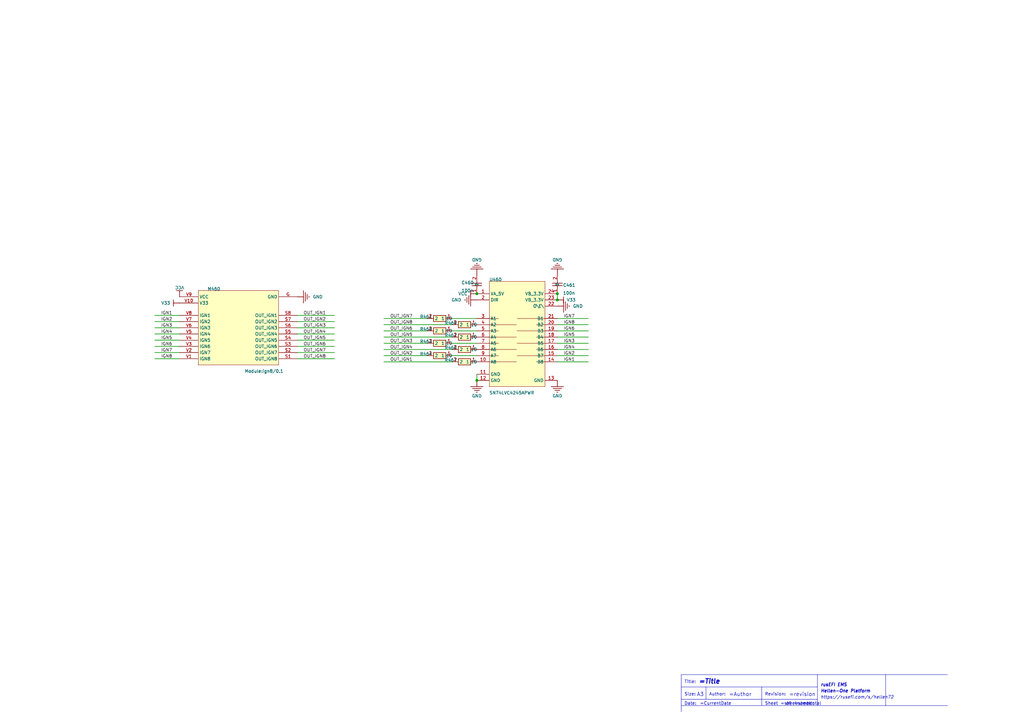
<source format=kicad_sch>
(kicad_sch (version 20210406) (generator eeschema)
  (paper "A3")
  (title_block (title "Hellen-One IGN8") (rev "0.1"))
  (lib_symbols
    (symbol "hellen1-ign8-altium-import:0_74LVC4245"
      (property "Value" "0_74LVC4245" (at 0 0 0))
      (symbol "0_74LVC4245_1_0"
        (rectangle (start 22.86 0) (end 0 -43.18) (fill (type background)))
        (polyline (pts (xy 0 -33.02) (xy 11.176 -33.02)))
        (polyline (pts (xy 0 -30.48) (xy 3.81 -30.48)))
        (polyline (pts (xy 0 -27.94) (xy 11.176 -27.94)))
        (polyline (pts (xy 0 -25.4) (xy 3.81 -25.4)))
        (polyline (pts (xy 0 -22.86) (xy 11.176 -22.86)))
        (polyline (pts (xy 0 -20.32) (xy 3.81 -20.32)))
        (polyline (pts (xy 0 -17.78) (xy 11.176 -17.78)))
        (polyline (pts (xy 0 -15.24) (xy 3.81 -15.24)))
        (polyline (pts (xy 19.304 -33.02) (xy 22.86 -33.02)))
        (polyline (pts (xy 19.304 -27.94) (xy 22.86 -27.94)))
        (polyline (pts (xy 19.304 -22.86) (xy 22.86 -22.86)))
        (polyline (pts (xy 19.304 -17.78) (xy 22.86 -17.78)))
        (polyline (pts (xy 22.86 -30.48) (xy 11.43 -30.48)))
        (polyline (pts (xy 22.86 -25.4) (xy 11.43 -25.4)))
        (polyline (pts (xy 22.86 -20.32) (xy 11.43 -20.32)))
        (polyline (pts (xy 22.86 -15.24) (xy 11.43 -15.24)))
        (pin power_in line (at -5.08 -5.08 0) (length 5.08) (name "VA_5V") (number "1"))
        (pin bidirectional line (at -5.08 -33.02 0) (length 5.08) (name "A8") (number "10"))
        (pin power_in line (at -5.08 -38.1 0) (length 5.08) (name "GND") (number "11"))
        (pin power_in line (at -5.08 -40.64 0) (length 5.08) (name "GND") (number "12"))
        (pin power_in line (at 27.94 -40.64 180) (length 5.08) (name "GND") (number "13"))
        (pin bidirectional line (at 27.94 -33.02 180) (length 5.08) (name "B8") (number "14"))
        (pin bidirectional line (at 27.94 -30.48 180) (length 5.08) (name "B7") (number "15"))
        (pin bidirectional line (at 27.94 -27.94 180) (length 5.08) (name "B6") (number "16"))
        (pin bidirectional line (at 27.94 -25.4 180) (length 5.08) (name "B5") (number "17"))
        (pin bidirectional line (at 27.94 -22.86 180) (length 5.08) (name "B4") (number "18"))
        (pin bidirectional line (at 27.94 -20.32 180) (length 5.08) (name "B3") (number "19"))
        (pin power_in line (at -5.08 -7.62 0) (length 5.08) (name "DIR") (number "2"))
        (pin bidirectional line (at 27.94 -17.78 180) (length 5.08) (name "B2") (number "20"))
        (pin bidirectional line (at 27.94 -15.24 180) (length 5.08) (name "B1") (number "21"))
        (pin power_in line (at 27.94 -10.16 180) (length 5.08) (name "O\\E\\") (number "22"))
        (pin power_in line (at 27.94 -7.62 180) (length 5.08) (name "VB_3.3V") (number "23"))
        (pin power_in line (at 27.94 -5.08 180) (length 5.08) (name "VB_3.3V") (number "24"))
        (pin bidirectional line (at -5.08 -15.24 0) (length 5.08) (name "A1") (number "3"))
        (pin bidirectional line (at -5.08 -17.78 0) (length 5.08) (name "A2") (number "4"))
        (pin bidirectional line (at -5.08 -20.32 0) (length 5.08) (name "A3") (number "5"))
        (pin bidirectional line (at -5.08 -22.86 0) (length 5.08) (name "A4") (number "6"))
        (pin bidirectional line (at -5.08 -25.4 0) (length 5.08) (name "A5") (number "7"))
        (pin bidirectional line (at -5.08 -27.94 0) (length 5.08) (name "A6") (number "8"))
        (pin bidirectional line (at -5.08 -30.48 0) (length 5.08) (name "A7") (number "9"))
      )
    )
    (symbol "hellen1-ign8-altium-import:0_Mod-Hellen-IGN8"
      (property "Value" "0_Mod-Hellen-IGN8" (at 0 0 0))
      (symbol "0_Mod-Hellen-IGN8_1_0"
        (rectangle (start 33.02 0) (end 0 -30.48) (fill (type background)))
        (pin passive line (at 40.64 -2.54 180) (length 7.62) (name "GND") (number "G"))
        (pin passive line (at 40.64 -27.94 180) (length 7.62) (name "OUT_IGN8") (number "S1"))
        (pin passive line (at 40.64 -25.4 180) (length 7.62) (name "OUT_IGN7") (number "S2"))
        (pin passive line (at 40.64 -22.86 180) (length 7.62) (name "OUT_IGN6") (number "S3"))
        (pin passive line (at 40.64 -20.32 180) (length 7.62) (name "OUT_IGN5") (number "S4"))
        (pin passive line (at 40.64 -17.78 180) (length 7.62) (name "OUT_IGN4") (number "S5"))
        (pin passive line (at 40.64 -15.24 180) (length 7.62) (name "OUT_IGN3") (number "S6"))
        (pin passive line (at 40.64 -12.7 180) (length 7.62) (name "OUT_IGN2") (number "S7"))
        (pin passive line (at 40.64 -10.16 180) (length 7.62) (name "OUT_IGN1") (number "S8"))
        (pin passive line (at -7.62 -27.94 0) (length 7.62) (name "IGN8") (number "V1"))
        (pin passive line (at -7.62 -5.08 0) (length 7.62) (name "V33") (number "V10"))
        (pin passive line (at -7.62 -25.4 0) (length 7.62) (name "IGN7") (number "V2"))
        (pin passive line (at -7.62 -22.86 0) (length 7.62) (name "IGN6") (number "V3"))
        (pin passive line (at -7.62 -20.32 0) (length 7.62) (name "IGN5") (number "V4"))
        (pin passive line (at -7.62 -17.78 0) (length 7.62) (name "IGN4") (number "V5"))
        (pin passive line (at -7.62 -15.24 0) (length 7.62) (name "IGN3") (number "V6"))
        (pin passive line (at -7.62 -12.7 0) (length 7.62) (name "IGN2") (number "V7"))
        (pin passive line (at -7.62 -10.16 0) (length 7.62) (name "IGN1") (number "V8"))
        (pin passive line (at -7.62 -2.54 0) (length 7.62) (name "VCC") (number "V9"))
      )
    )
    (symbol "hellen1-ign8-altium-import:2_mirrored_Cap"
      (property "Value" "2_mirrored_Cap" (at 0 0 0))
      (symbol "2_mirrored_Cap_1_0"
        (polyline (pts (xy -2.032 3.302) (xy 2.032 3.302)) (stroke (width 0.254)))
        (polyline (pts (xy 0 2.54) (xy 0 3.302)) (stroke (width 0.254)))
        (polyline (pts (xy 0 5.08) (xy 0 4.318)) (stroke (width 0.254)))
        (polyline (pts (xy 2.032 4.318) (xy -2.032 4.318)) (stroke (width 0.254)))
        (pin passive line (at 0 0 90) (length 2.54) (name "1") (number "1"))
        (pin passive line (at 0 7.62 270) (length 2.54) (name "2") (number "2"))
      )
    )
    (symbol "hellen1-ign8-altium-import:3_Res"
      (property "Value" "3_Res" (at 0 0 0))
      (symbol "3_Res_1_0"
        (rectangle (start -2.54 1.27) (end -7.62 -1.27) (stroke (width 0.254)) (fill (type background)))
        (pin passive line (at 0 0 180) (length 2.54) (name "1") (number "1"))
        (pin passive line (at -10.16 0 0) (length 2.54) (name "2") (number "2"))
      )
    )
    (symbol "hellen1-ign8-altium-import:GND" (power)
      (property "Reference" "#PWR" (at 0 0 0))
      (property "Value" "GND" (at 0 6.35 0))
      (symbol "GND_0_0"
        (polyline (pts (xy -2.54 -2.54) (xy 2.54 -2.54)) (stroke (width 0.254)))
        (polyline (pts (xy -1.778 -3.302) (xy 1.778 -3.302)) (stroke (width 0.254)))
        (polyline (pts (xy -1.016 -4.064) (xy 1.016 -4.064)) (stroke (width 0.254)))
        (polyline (pts (xy -0.254 -4.826) (xy 0.254 -4.826)) (stroke (width 0.254)))
        (polyline (pts (xy 0 0) (xy 0 -2.54)) (stroke (width 0.254)))
        (pin power_in line (at 0 0 0) (length 0) hide (name "GND") (number ""))
      )
    )
    (symbol "hellen1-ign8-altium-import:V33" (power)
      (property "Reference" "#PWR" (at 0 0 0))
      (property "Value" "V33" (at 0 3.81 0))
      (symbol "V33_0_0"
        (polyline (pts (xy -1.27 -2.54) (xy 1.27 -2.54)) (stroke (width 0.254)))
        (polyline (pts (xy 0 0) (xy 0 -2.54)) (stroke (width 0.254)))
        (pin power_in line (at 0 0 0) (length 0) hide (name "V33") (number ""))
      )
    )
    (symbol "hellen1-ign8-altium-import:VCC" (power)
      (property "Reference" "#PWR" (at 0 0 0))
      (property "Value" "VCC" (at 0 3.81 0))
      (symbol "VCC_0_0"
        (polyline (pts (xy -1.27 -2.54) (xy 1.27 -2.54)) (stroke (width 0.254)))
        (polyline (pts (xy 0 0) (xy 0 -2.54)) (stroke (width 0.254)))
        (pin power_in line (at 0 0 0) (length 0) hide (name "VCC") (number ""))
      )
    )
  )
  (junction (at 195.58 120.4722) (diameter 1.016))
  (junction (at 195.58 156.0322) (diameter 1.016))
  (junction (at 228.6 120.4722) (diameter 1.016))
  (junction (at 228.6 123.0122) (diameter 1.016))
  (wire (pts (xy 73.66 129.3622) (xy 63.5 129.3622)) (stroke (width 0.254)))
  (wire (pts (xy 73.66 131.9022) (xy 63.5 131.9022)) (stroke (width 0.254)))
  (wire (pts (xy 73.66 134.4422) (xy 63.5 134.4422)) (stroke (width 0.254)))
  (wire (pts (xy 73.66 136.9822) (xy 63.5 136.9822)) (stroke (width 0.254)))
  (wire (pts (xy 73.66 139.5222) (xy 63.5 139.5222)) (stroke (width 0.254)))
  (wire (pts (xy 73.66 142.0622) (xy 63.5 142.0622)) (stroke (width 0.254)))
  (wire (pts (xy 73.66 144.6022) (xy 63.5 144.6022)) (stroke (width 0.254)))
  (wire (pts (xy 73.66 147.1422) (xy 63.5 147.1422)) (stroke (width 0.254)))
  (wire (pts (xy 137.16 129.3622) (xy 121.92 129.3622)) (stroke (width 0.254)))
  (wire (pts (xy 137.16 131.9022) (xy 121.92 131.9022)) (stroke (width 0.254)))
  (wire (pts (xy 137.16 134.4422) (xy 121.92 134.4422)) (stroke (width 0.254)))
  (wire (pts (xy 137.16 136.9822) (xy 121.92 136.9822)) (stroke (width 0.254)))
  (wire (pts (xy 137.16 139.5222) (xy 121.92 139.5222)) (stroke (width 0.254)))
  (wire (pts (xy 137.16 142.0622) (xy 121.92 142.0622)) (stroke (width 0.254)))
  (wire (pts (xy 137.16 144.6022) (xy 121.92 144.6022)) (stroke (width 0.254)))
  (wire (pts (xy 137.16 147.1422) (xy 121.92 147.1422)) (stroke (width 0.254)))
  (wire (pts (xy 157.48 138.2522) (xy 185.42 138.2522)) (stroke (width 0.254)))
  (wire (pts (xy 157.48 140.7922) (xy 175.26 140.7922)) (stroke (width 0.254)))
  (wire (pts (xy 175.26 130.6322) (xy 157.48 130.6322)) (stroke (width 0.254)))
  (wire (pts (xy 175.26 135.7122) (xy 157.48 135.7122)) (stroke (width 0.254)))
  (wire (pts (xy 175.26 145.8722) (xy 157.48 145.8722)) (stroke (width 0.254)))
  (wire (pts (xy 185.42 130.6322) (xy 195.58 130.6322)) (stroke (width 0.254)))
  (wire (pts (xy 185.42 133.1722) (xy 157.48 133.1722)) (stroke (width 0.254)))
  (wire (pts (xy 185.42 135.7122) (xy 195.58 135.7122)) (stroke (width 0.254)))
  (wire (pts (xy 185.42 140.7922) (xy 195.58 140.7922)) (stroke (width 0.254)))
  (wire (pts (xy 185.42 143.3322) (xy 157.48 143.3322)) (stroke (width 0.254)))
  (wire (pts (xy 185.42 145.8722) (xy 195.58 145.8722)) (stroke (width 0.254)))
  (wire (pts (xy 185.42 148.4122) (xy 157.48 148.4122)) (stroke (width 0.254)))
  (wire (pts (xy 195.58 153.4922) (xy 195.58 156.0322)) (stroke (width 0.254)))
  (wire (pts (xy 228.6 123.0122) (xy 228.6 120.4722)) (stroke (width 0.254)))
  (wire (pts (xy 241.3 130.6322) (xy 228.6 130.6322)) (stroke (width 0.254)))
  (wire (pts (xy 241.3 133.1722) (xy 228.6 133.1722)) (stroke (width 0.254)))
  (wire (pts (xy 241.3 135.7122) (xy 228.6 135.7122)) (stroke (width 0.254)))
  (wire (pts (xy 241.3 138.2522) (xy 228.6 138.2522)) (stroke (width 0.254)))
  (wire (pts (xy 241.3 140.7922) (xy 228.6 140.7922)) (stroke (width 0.254)))
  (wire (pts (xy 241.3 143.3322) (xy 228.6 143.3322)) (stroke (width 0.254)))
  (wire (pts (xy 241.3 145.8722) (xy 228.6 145.8722)) (stroke (width 0.254)))
  (wire (pts (xy 241.3 148.4122) (xy 228.6 148.4122)) (stroke (width 0.254)))
  (polyline (pts (xy 279.4 276.6822) (xy 279.4 291.9222)) (stroke (width 0) (type solid)))
  (polyline (pts (xy 279.4 281.7622) (xy 335.28 281.7622)) (stroke (width 0) (type solid)))
  (polyline (pts (xy 279.4 286.8422) (xy 335.28 286.8422)) (stroke (width 0) (type solid)))
  (polyline (pts (xy 289.56 281.7622) (xy 289.56 286.8422)) (stroke (width 0) (type solid)))
  (polyline (pts (xy 312.42 281.7622) (xy 312.42 289.3822)) (stroke (width 0) (type solid)))
  (polyline (pts (xy 335.28 276.6822) (xy 335.28 289.3822)) (stroke (width 0) (type solid)))
  (polyline (pts (xy 363.22 276.6822) (xy 279.4 276.6822)) (stroke (width 0) (type solid)))
  (polyline (pts (xy 363.22 276.6822) (xy 363.22 289.3822)) (stroke (width 0) (type solid)))
  (polyline (pts (xy 363.22 289.3822) (xy 279.4 289.3822)) (stroke (width 0) (type solid)))
  (polyline (pts (xy 363.22 289.3822) (xy 388.62 289.3822)) (stroke (width 0) (type solid)))
  (polyline (pts (xy 388.62 276.6822) (xy 363.22 276.6822)) (stroke (width 0) (type solid)))
  (text "Title:" (at 280.67 280.4922 180) (effects (font (size 1.27 1.27)) (justify left bottom)))
  (text "Size:" (at 280.67 285.5722 180) (effects (font (size 1.27 1.27)) (justify left bottom)))
  (text "Date:" (at 280.67 289.3822 180) (effects (font (size 1.27 1.27)) (justify left bottom)))
  (text "A3" (at 285.75 285.8262 180) (effects (font (size 1.524 1.524)) (justify left bottom)))
  (text "=Title" (at 286.512 280.7462 180) (effects (font (size 1.905 1.905) bold italic) (justify left bottom)))
  (text "=CurrentDate" (at 287.02 289.3822 180) (effects (font (size 1.27 1.27)) (justify left bottom)))
  (text "Author:" (at 290.83 285.5722 180) (effects (font (size 1.27 1.27)) (justify left bottom)))
  (text "=Author" (at 298.958 285.8262 180) (effects (font (size 1.524 1.524)) (justify left bottom)))
  (text "Revision:" (at 313.69 285.5722 180) (effects (font (size 1.27 1.27)) (justify left bottom)))
  (text "Sheet" (at 313.69 289.3822 180) (effects (font (size 1.27 1.27)) (justify left bottom)))
  (text "=sheetnumber" (at 320.04 289.3822 180) (effects (font (size 1.27 1.27)) (justify left bottom)))
  (text "of" (at 322.326 289.3822 180) (effects (font (size 1.27 1.27)) (justify left bottom)))
  (text "=revision" (at 323.596 285.8262 180) (effects (font (size 1.524 1.524)) (justify left bottom)))
  (text "=sheettotal" (at 325.628 289.3822 180) (effects (font (size 1.27 1.27)) (justify left bottom)))
  (text "rusEFI EMS" (at 336.55 281.7622 180) (effects (font (size 1.27 1.27) bold italic) (justify left bottom)))
  (text "Hellen-One Platform" (at 336.55 284.3022 180) (effects (font (size 1.27 1.27) bold italic) (justify left bottom)))
  (text "https://rusefi.com/s/hellen72" (at 336.55 286.8422 180) (effects (font (size 1.27 1.27) italic) (justify left bottom)))
  (label "IGN1" (at 66.04 129.3622 0))
  (label "IGN2" (at 66.04 131.9022 0))
  (label "IGN3" (at 66.04 134.4422 0))
  (label "IGN4" (at 66.04 136.9822 0))
  (label "IGN5" (at 66.04 139.5222 0))
  (label "IGN6" (at 66.04 142.0622 0))
  (label "IGN7" (at 66.04 144.6022 0))
  (label "IGN8" (at 66.04 147.1422 0))
  (label "OUT_IGN1" (at 124.46 129.3622 0))
  (label "OUT_IGN2" (at 124.46 131.9022 0))
  (label "OUT_IGN3" (at 124.46 134.4422 0))
  (label "OUT_IGN4" (at 124.46 136.9822 0))
  (label "OUT_IGN5" (at 124.46 139.5222 0))
  (label "OUT_IGN6" (at 124.46 142.0622 0))
  (label "OUT_IGN7" (at 124.46 144.6022 0))
  (label "OUT_IGN8" (at 124.46 147.1422 0))
  (label "OUT_IGN7" (at 160.02 130.6322 0))
  (label "OUT_IGN8" (at 160.02 133.1722 0))
  (label "OUT_IGN6" (at 160.02 135.7122 0))
  (label "OUT_IGN5" (at 160.02 138.2522 0))
  (label "OUT_IGN3" (at 160.02 140.7922 0))
  (label "OUT_IGN4" (at 160.02 143.3322 0))
  (label "OUT_IGN2" (at 160.02 145.8722 0))
  (label "OUT_IGN1" (at 160.02 148.4122 0))
  (label "IGN7" (at 231.14 130.6322 0))
  (label "IGN8" (at 231.14 133.1722 0))
  (label "IGN6" (at 231.14 135.7122 0))
  (label "IGN5" (at 231.14 138.2522 0))
  (label "IGN3" (at 231.14 140.7922 0))
  (label "IGN4" (at 231.14 143.3322 0))
  (label "IGN2" (at 231.14 145.8722 0))
  (label "IGN1" (at 231.14 148.4122 0))
  (symbol (lib_id "hellen1-ign8-altium-import:VCC") (at 73.66 121.7422 180) (unit 1)
    (property "Reference" "#PWR?" (effects hide))
    (property "Value" "VCC" (at 73.66 117.9322 -180))
  )
  (symbol (lib_id "hellen1-ign8-altium-import:V33") (at 73.66 124.2822 270) (unit 1)
    (property "Reference" "#PWR?" (effects hide))
    (property "Value" "V33" (at 69.85 124.2822 -270) (effects (justify right)))
  )
  (symbol (lib_id "hellen1-ign8-altium-import:VCC") (at 195.58 120.4722 270) (unit 1)
    (property "Reference" "#PWR?" (effects hide))
    (property "Value" "VCC" (at 191.77 120.4722 -270) (effects (justify right)))
  )
  (symbol (lib_id "hellen1-ign8-altium-import:V33") (at 228.6 123.0122 90) (unit 1)
    (property "Reference" "#PWR?" (effects hide))
    (property "Value" "V33" (at 232.41 123.0122 -90) (effects (justify left)))
  )
  (symbol (lib_id "hellen1-ign8-altium-import:GND") (at 121.92 121.7422 90) (unit 1)
    (property "Reference" "#PWR?" (effects hide))
    (property "Value" "GND" (at 128.27 121.7422 -90) (effects (justify left)))
  )
  (symbol (lib_id "hellen1-ign8-altium-import:GND") (at 195.58 112.8522 180) (unit 1)
    (property "Reference" "#PWR?" (effects hide))
    (property "Value" "GND" (at 195.58 106.5022 -180))
  )
  (symbol (lib_id "hellen1-ign8-altium-import:GND") (at 195.58 123.0122 270) (unit 1)
    (property "Reference" "#PWR?" (effects hide))
    (property "Value" "GND" (at 189.23 123.0122 -270) (effects (justify right)))
  )
  (symbol (lib_id "hellen1-ign8-altium-import:GND") (at 195.58 156.0322 0) (unit 1)
    (property "Reference" "#PWR?" (effects hide))
    (property "Value" "GND" (at 195.58 162.3822 0))
  )
  (symbol (lib_id "hellen1-ign8-altium-import:GND") (at 228.6 112.8522 180) (unit 1)
    (property "Reference" "#PWR?" (effects hide))
    (property "Value" "GND" (at 228.6 106.5022 -180))
  )
  (symbol (lib_id "hellen1-ign8-altium-import:GND") (at 228.6 125.5522 90) (unit 1)
    (property "Reference" "#PWR?" (effects hide))
    (property "Value" "GND" (at 234.95 125.5522 -90) (effects (justify left)))
  )
  (symbol (lib_id "hellen1-ign8-altium-import:GND") (at 228.6 156.0322 0) (unit 1)
    (property "Reference" "#PWR?" (effects hide))
    (property "Value" "GND" (at 228.6 162.3822 0))
  )
  (symbol (lib_id "hellen1-ign8-altium-import:3_Res") (at 185.42 130.6322 0) (unit 1)
    (property "Reference" "R461" (at 172.212 130.6322 0) (effects (justify left bottom)))
    (property "Value" "10" (at 182.88 130.6322 0) (effects (justify left)))
    (property "Fitted" "True" (effects hide))
    (property "PackageReference" "R0603" (effects hide))
    (property "Type" "SMD" (effects hide))
    (property "Supplier Part Number 1" "*" (effects hide))
    (property "Supplier Part Number 2" "*" (effects hide))
    (property "Supplier Part Number 3" "C22859" (effects hide))
    (property "Supplier 1" "Mouser" (effects hide))
    (property "Supplier 2" "DigiKey" (effects hide))
    (property "Supplier 3" "LCSC" (effects hide))
  )
  (symbol (lib_id "hellen1-ign8-altium-import:3_Res") (at 185.42 135.7122 0) (unit 1)
    (property "Reference" "R468" (at 172.212 135.7122 0) (effects (justify left bottom)))
    (property "Value" "10" (at 182.88 135.7122 0) (effects (justify left)))
    (property "Fitted" "True" (effects hide))
    (property "PackageReference" "R0603" (effects hide))
    (property "Type" "SMD" (effects hide))
    (property "Supplier Part Number 1" "*" (effects hide))
    (property "Supplier Part Number 2" "*" (effects hide))
    (property "Supplier Part Number 3" "C22859" (effects hide))
    (property "Supplier 1" "Mouser" (effects hide))
    (property "Supplier 2" "DigiKey" (effects hide))
    (property "Supplier 3" "LCSC" (effects hide))
  )
  (symbol (lib_id "hellen1-ign8-altium-import:3_Res") (at 185.42 140.7922 0) (unit 1)
    (property "Reference" "R463" (at 172.212 140.7922 0) (effects (justify left bottom)))
    (property "Value" "10" (at 182.88 140.7922 0) (effects (justify left)))
    (property "Fitted" "True" (effects hide))
    (property "PackageReference" "R0603" (effects hide))
    (property "Type" "SMD" (effects hide))
    (property "Supplier Part Number 1" "*" (effects hide))
    (property "Supplier Part Number 2" "*" (effects hide))
    (property "Supplier Part Number 3" "C22859" (effects hide))
    (property "Supplier 1" "Mouser" (effects hide))
    (property "Supplier 2" "DigiKey" (effects hide))
    (property "Supplier 3" "LCSC" (effects hide))
  )
  (symbol (lib_id "hellen1-ign8-altium-import:3_Res") (at 185.42 145.8722 0) (unit 1)
    (property "Reference" "R464" (at 172.212 145.8722 0) (effects (justify left bottom)))
    (property "Value" "10" (at 182.88 145.8722 0) (effects (justify left)))
    (property "Fitted" "True" (effects hide))
    (property "PackageReference" "R0603" (effects hide))
    (property "Type" "SMD" (effects hide))
    (property "Supplier Part Number 1" "*" (effects hide))
    (property "Supplier Part Number 2" "*" (effects hide))
    (property "Supplier Part Number 3" "C22859" (effects hide))
    (property "Supplier 1" "Mouser" (effects hide))
    (property "Supplier 2" "DigiKey" (effects hide))
    (property "Supplier 3" "LCSC" (effects hide))
  )
  (symbol (lib_id "hellen1-ign8-altium-import:3_Res") (at 195.58 133.1722 0) (unit 1)
    (property "Reference" "R469" (at 182.372 133.1722 0) (effects (justify left bottom)))
    (property "Value" "10" (at 193.04 133.1722 0) (effects (justify left)))
    (property "Fitted" "True" (effects hide))
    (property "PackageReference" "R0603" (effects hide))
    (property "Type" "SMD" (effects hide))
    (property "Supplier Part Number 1" "*" (effects hide))
    (property "Supplier Part Number 2" "*" (effects hide))
    (property "Supplier Part Number 3" "C22859" (effects hide))
    (property "Supplier 1" "Mouser" (effects hide))
    (property "Supplier 2" "DigiKey" (effects hide))
    (property "Supplier 3" "LCSC" (effects hide))
  )
  (symbol (lib_id "hellen1-ign8-altium-import:3_Res") (at 195.58 138.2522 0) (unit 1)
    (property "Reference" "R462" (at 182.372 138.2522 0) (effects (justify left bottom)))
    (property "Value" "10" (at 193.04 138.2522 0) (effects (justify left)))
    (property "Fitted" "True" (effects hide))
    (property "PackageReference" "R0603" (effects hide))
    (property "Type" "SMD" (effects hide))
    (property "Supplier Part Number 1" "*" (effects hide))
    (property "Supplier Part Number 2" "*" (effects hide))
    (property "Supplier Part Number 3" "C22859" (effects hide))
    (property "Supplier 1" "Mouser" (effects hide))
    (property "Supplier 2" "DigiKey" (effects hide))
    (property "Supplier 3" "LCSC" (effects hide))
  )
  (symbol (lib_id "hellen1-ign8-altium-import:3_Res") (at 195.58 143.3322 0) (unit 1)
    (property "Reference" "R466" (at 182.372 143.3322 0) (effects (justify left bottom)))
    (property "Value" "10" (at 193.04 143.3322 0) (effects (justify left)))
    (property "Fitted" "True" (effects hide))
    (property "PackageReference" "R0603" (effects hide))
    (property "Type" "SMD" (effects hide))
    (property "Supplier Part Number 1" "*" (effects hide))
    (property "Supplier Part Number 2" "*" (effects hide))
    (property "Supplier Part Number 3" "C22859" (effects hide))
    (property "Supplier 1" "Mouser" (effects hide))
    (property "Supplier 2" "DigiKey" (effects hide))
    (property "Supplier 3" "LCSC" (effects hide))
  )
  (symbol (lib_id "hellen1-ign8-altium-import:3_Res") (at 195.58 148.4122 0) (unit 1)
    (property "Reference" "R467" (at 182.372 148.4122 0) (effects (justify left bottom)))
    (property "Value" "10" (at 193.04 148.4122 0) (effects (justify left)))
    (property "Fitted" "True" (effects hide))
    (property "PackageReference" "R0603" (effects hide))
    (property "Type" "SMD" (effects hide))
    (property "Supplier Part Number 1" "*" (effects hide))
    (property "Supplier Part Number 2" "*" (effects hide))
    (property "Supplier Part Number 3" "C22859" (effects hide))
    (property "Supplier 1" "Mouser" (effects hide))
    (property "Supplier 2" "DigiKey" (effects hide))
    (property "Supplier 3" "LCSC" (effects hide))
  )
  (symbol (lib_id "hellen1-ign8-altium-import:2_mirrored_Cap") (at 195.58 120.4722 0) (unit 1)
    (property "Reference" "C460" (at 189.23 116.6622 0) (effects (justify left bottom)))
    (property "Value" "100n" (at 189.23 119.2022 0) (effects (justify left)))
    (property "Fitted" "True" (effects hide))
    (property "Type" "SMD" (effects hide))
    (property "Supplier 3" "LCSC" (effects hide))
    (property "Supplier Part Number 3" "C14663" (effects hide))
    (property "PackageReference" "C0603" (effects hide))
  )
  (symbol (lib_id "hellen1-ign8-altium-import:2_mirrored_Cap") (at 228.6 120.4722 0) (unit 1)
    (property "Reference" "C461" (at 230.886 117.6782 0) (effects (justify left bottom)))
    (property "Value" "100n" (at 230.886 120.2182 0) (effects (justify left)))
    (property "Fitted" "True" (effects hide))
    (property "Type" "SMD" (effects hide))
    (property "Supplier 3" "LCSC" (effects hide))
    (property "Supplier Part Number 3" "C14663" (effects hide))
    (property "PackageReference" "C0603" (effects hide))
  )
  (symbol (lib_id "hellen1-ign8-altium-import:0_74LVC4245") (at 200.66 115.3922 0) (unit 1)
    (property "Reference" "U460" (at 200.66 115.3922 0) (effects (justify left bottom)))
    (property "Value" "SN74LVC4245APWR" (at 200.66 161.1122 0) (effects (justify left)))
    (property "PackageReference" "TSSOP24" (effects hide))
    (property "Type" "SMD" (effects hide))
    (property "Supplier 1" "Mouser" (effects hide))
    (property "Supplier 2" "DigiKey" (effects hide))
    (property "Supplier 3" "LCSC" (effects hide))
    (property "Supplier Part Number 1" "*" (effects hide))
    (property "Supplier Part Number 2" "*" (effects hide))
    (property "Supplier Part Number 3" "C7859" (effects hide))
  )
  (symbol (lib_id "hellen1-ign8-altium-import:0_Mod-Hellen-IGN8") (at 81.28 119.2022 0) (unit 1)
    (property "Reference" "M460" (at 85.09 119.2022 0) (effects (justify left bottom)))
    (property "Value" "Module:ign8/0.1" (at 100.33 152.2222 0) (effects (justify left)))
    (property "Publisher" "andreika" (effects hide))
    (property "Supplier Part Number 1" "*" (effects hide))
    (property "Supplier Part Number 2" "*" (effects hide))
    (property "Supplier 1" "Mouser" (effects hide))
    (property "Supplier 2" "Digi-Key" (effects hide))
    (property "Fitted" "False" (effects hide))
    (property "Supplier 3" "LCSC" (effects hide))
    (property "Type" "Module" (effects hide))
  )
)
</source>
